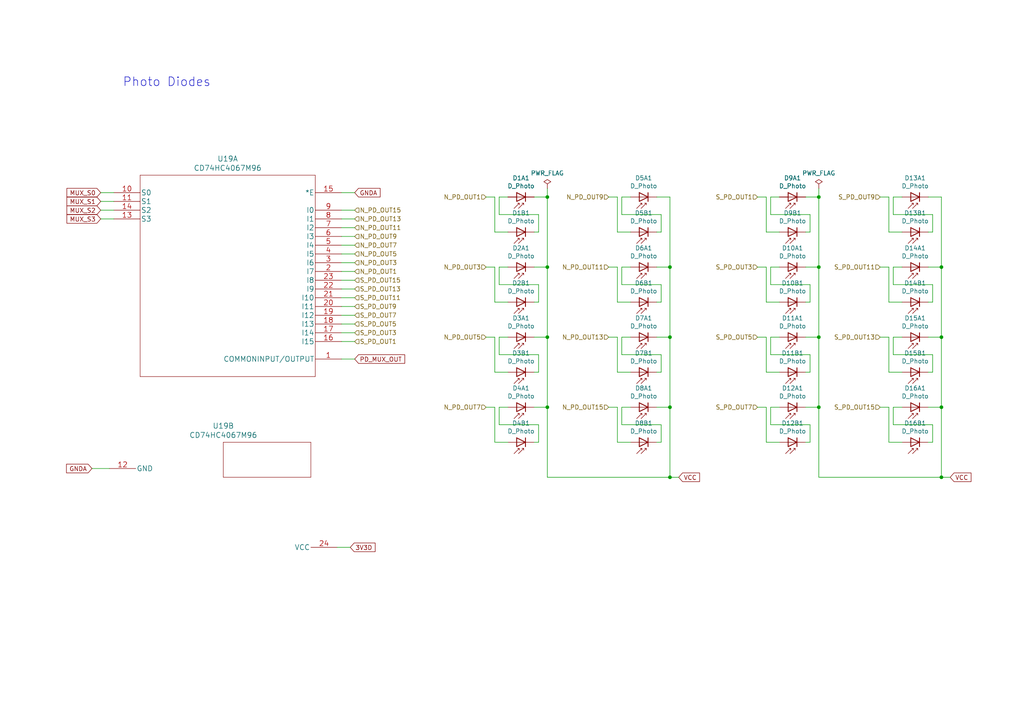
<source format=kicad_sch>
(kicad_sch (version 20211123) (generator eeschema)
  (paper "A4")
  (lib_symbols
    (symbol "Device:D_Photo" (pin_numbers hide) (pin_names hide)
      (property "Reference" "D" (at 0.508 1.778 0))
      (property "Value" "D_Photo" (at -1.016 -2.794 0))
      (symbol "D_Photo_0_1"
        (polyline (pts (xy -2.54 1.27) (xy -2.54 -1.27)) (stroke (width 0.254)))
        (polyline (pts (xy -2.032 1.778) (xy -1.524 1.778)))
        (polyline (pts (xy 0 0) (xy -2.54 0)))
        (polyline (pts (xy -0.508 3.302) (xy -2.032 1.778) (xy -2.032 2.286)))
        (polyline (pts (xy 0 -1.27) (xy 0 1.27) (xy -2.54 0) (xy 0 -1.27)) (stroke (width 0.254)))
        (polyline (pts (xy 0.762 3.302) (xy -0.762 1.778) (xy -0.762 2.286) (xy -0.762 1.778) (xy -0.254 1.778)))
      )
      (symbol "D_Photo_1_1"
        (pin passive line (at -5.08 0 0) (length 2.54) (name "K") (number "1"))
        (pin passive line (at 2.54 0 180) (length 2.54) (name "A") (number "2"))
      )
    )
    (symbol "Ninja-qPCR:CD74HC4067M96" (pin_names (offset 0.254))
      (property "Reference" "U" (at 33.02 10.16 0))
      (property "Value" "Ninja-qPCR_CD74HC4067M96" (at 33.02 7.62 0))
      (symbol "CD74HC4067M96_1_1"
        (polyline (pts (xy 7.62 -53.34) (xy 58.42 -53.34)) (stroke (width 0.127)))
        (polyline (pts (xy 7.62 5.08) (xy 7.62 -53.34)) (stroke (width 0.127)))
        (polyline (pts (xy 58.42 -53.34) (xy 58.42 5.08)) (stroke (width 0.127)))
        (polyline (pts (xy 58.42 5.08) (xy 7.62 5.08)) (stroke (width 0.127)))
        (pin bidirectional line (at 0 -48.26 0) (length 7.62) (name "COMMONINPUT/OUTPUT") (number "1"))
        (pin output line (at 66.04 0 180) (length 7.62) (name "S0") (number "10"))
        (pin output line (at 66.04 -2.54 180) (length 7.62) (name "S1") (number "11"))
        (pin output line (at 66.04 -7.62 180) (length 7.62) (name "S3") (number "13"))
        (pin output line (at 66.04 -5.08 180) (length 7.62) (name "S2") (number "14"))
        (pin input line (at 0 0 0) (length 7.62) (name "*E") (number "15"))
        (pin input line (at 0 -43.18 0) (length 7.62) (name "I15") (number "16"))
        (pin input line (at 0 -40.64 0) (length 7.62) (name "I14") (number "17"))
        (pin input line (at 0 -38.1 0) (length 7.62) (name "I13") (number "18"))
        (pin input line (at 0 -35.56 0) (length 7.62) (name "I12") (number "19"))
        (pin input line (at 0 -22.86 0) (length 7.62) (name "I7") (number "2"))
        (pin input line (at 0 -33.02 0) (length 7.62) (name "I11") (number "20"))
        (pin input line (at 0 -30.48 0) (length 7.62) (name "I10") (number "21"))
        (pin input line (at 0 -27.94 0) (length 7.62) (name "I9") (number "22"))
        (pin input line (at 0 -25.4 0) (length 7.62) (name "I8") (number "23"))
        (pin input line (at 0 -20.32 0) (length 7.62) (name "I6") (number "3"))
        (pin input line (at 0 -17.78 0) (length 7.62) (name "I5") (number "4"))
        (pin input line (at 0 -15.24 0) (length 7.62) (name "I4") (number "5"))
        (pin input line (at 0 -12.7 0) (length 7.62) (name "I3") (number "6"))
        (pin input line (at 0 -10.16 0) (length 7.62) (name "I2") (number "7"))
        (pin input line (at 0 -7.62 0) (length 7.62) (name "I1") (number "8"))
        (pin input line (at 0 -5.08 0) (length 7.62) (name "I0") (number "9"))
      )
      (symbol "CD74HC4067M96_2_1"
        (polyline (pts (xy 7.62 -5.08) (xy 33.02 -5.08)) (stroke (width 0.127)))
        (polyline (pts (xy 7.62 5.08) (xy 7.62 -5.08)) (stroke (width 0.127)))
        (polyline (pts (xy 33.02 -5.08) (xy 33.02 5.08)) (stroke (width 0.127)))
        (polyline (pts (xy 33.02 5.08) (xy 7.62 5.08)) (stroke (width 0.127)))
        (pin power_in line (at 66.04 -2.54 180) (length 7.62) (name "GND") (number "12"))
        (pin power_in line (at 0 -25.4 0) (length 7.62) (name "VCC") (number "24"))
      )
    )
    (symbol "power:PWR_FLAG" (power) (pin_numbers hide) (pin_names (offset 0) hide)
      (property "Value" "PWR_FLAG" (at 0 3.81 0))
      (symbol "PWR_FLAG_0_0"
        (pin power_out line (at 0 0 90) (length 0) (name "pwr") (number "1"))
      )
      (symbol "PWR_FLAG_0_1"
        (polyline (pts (xy 0 0) (xy 0 1.27) (xy -1.016 1.905) (xy 0 2.54) (xy 1.016 1.905) (xy 0 1.27)))
      )
    )
  )
  (junction (at 237.49 57.15))
  (junction (at 237.49 118.11))
  (junction (at 158.75 77.47))
  (junction (at 237.49 97.79))
  (junction (at 194.31 138.43))
  (junction (at 273.05 138.43))
  (junction (at 237.49 77.47))
  (junction (at 194.31 118.11))
  (junction (at 194.31 77.47))
  (junction (at 273.05 97.79))
  (junction (at 273.05 118.11))
  (junction (at 158.75 97.79))
  (junction (at 158.75 57.15))
  (junction (at 194.31 97.79))
  (junction (at 158.75 118.11))
  (junction (at 273.05 77.47))
  (wire (pts (xy 33.02 55.88) (xy 29.21 55.88)))
  (wire (pts (xy 143.51 97.79) (xy 143.51 107.95)))
  (wire (pts (xy 273.05 57.15) (xy 273.05 77.47)))
  (wire (pts (xy 257.81 87.63) (xy 261.62 87.63)))
  (wire (pts (xy 179.07 67.31) (xy 179.07 57.15)))
  (wire (pts (xy 257.81 107.95) (xy 261.62 107.95)))
  (wire (pts (xy 176.53 97.79) (xy 179.07 97.79)))
  (wire (pts (xy 26.67 135.89) (xy 31.75 135.89)))
  (wire (pts (xy 179.07 118.11) (xy 179.07 128.27)))
  (wire (pts (xy 234.95 62.23) (xy 234.95 67.31)))
  (wire (pts (xy 180.34 97.79) (xy 180.34 102.87)))
  (wire (pts (xy 234.95 107.95) (xy 233.68 107.95)))
  (wire (pts (xy 257.81 128.27) (xy 261.62 128.27)))
  (wire (pts (xy 144.78 97.79) (xy 144.78 102.87)))
  (wire (pts (xy 182.88 118.11) (xy 180.34 118.11)))
  (wire (pts (xy 255.27 77.47) (xy 257.81 77.47)))
  (wire (pts (xy 234.95 128.27) (xy 233.68 128.27)))
  (wire (pts (xy 154.94 97.79) (xy 158.75 97.79)))
  (wire (pts (xy 237.49 54.61) (xy 237.49 57.15)))
  (wire (pts (xy 143.51 57.15) (xy 143.51 67.31)))
  (wire (pts (xy 191.77 102.87) (xy 191.77 107.95)))
  (wire (pts (xy 261.62 57.15) (xy 259.08 57.15)))
  (wire (pts (xy 156.21 102.87) (xy 156.21 107.95)))
  (wire (pts (xy 223.52 123.19) (xy 234.95 123.19)))
  (wire (pts (xy 194.31 97.79) (xy 194.31 118.11)))
  (wire (pts (xy 144.78 77.47) (xy 144.78 82.55)))
  (wire (pts (xy 182.88 77.47) (xy 180.34 77.47)))
  (wire (pts (xy 102.87 104.14) (xy 99.06 104.14)))
  (wire (pts (xy 259.08 97.79) (xy 259.08 102.87)))
  (wire (pts (xy 143.51 77.47) (xy 143.51 87.63)))
  (wire (pts (xy 102.87 91.44) (xy 99.06 91.44)))
  (wire (pts (xy 259.08 102.87) (xy 270.51 102.87)))
  (wire (pts (xy 257.81 107.95) (xy 257.81 97.79)))
  (wire (pts (xy 222.25 118.11) (xy 222.25 128.27)))
  (wire (pts (xy 226.06 118.11) (xy 223.52 118.11)))
  (wire (pts (xy 270.51 67.31) (xy 269.24 67.31)))
  (wire (pts (xy 102.87 66.04) (xy 99.06 66.04)))
  (wire (pts (xy 234.95 82.55) (xy 234.95 87.63)))
  (wire (pts (xy 144.78 57.15) (xy 144.78 62.23)))
  (wire (pts (xy 194.31 118.11) (xy 194.31 138.43)))
  (wire (pts (xy 180.34 57.15) (xy 180.34 62.23)))
  (wire (pts (xy 143.51 67.31) (xy 147.32 67.31)))
  (wire (pts (xy 102.87 55.88) (xy 99.06 55.88)))
  (wire (pts (xy 194.31 138.43) (xy 158.75 138.43)))
  (wire (pts (xy 33.02 63.5) (xy 29.21 63.5)))
  (wire (pts (xy 176.53 57.15) (xy 179.07 57.15)))
  (wire (pts (xy 180.34 77.47) (xy 180.34 82.55)))
  (wire (pts (xy 233.68 77.47) (xy 237.49 77.47)))
  (wire (pts (xy 269.24 77.47) (xy 273.05 77.47)))
  (wire (pts (xy 190.5 118.11) (xy 194.31 118.11)))
  (wire (pts (xy 144.78 62.23) (xy 156.21 62.23)))
  (wire (pts (xy 191.77 82.55) (xy 191.77 87.63)))
  (wire (pts (xy 156.21 123.19) (xy 156.21 128.27)))
  (wire (pts (xy 237.49 97.79) (xy 237.49 118.11)))
  (wire (pts (xy 102.87 78.74) (xy 99.06 78.74)))
  (wire (pts (xy 180.34 62.23) (xy 191.77 62.23)))
  (wire (pts (xy 191.77 67.31) (xy 190.5 67.31)))
  (wire (pts (xy 270.51 102.87) (xy 270.51 107.95)))
  (wire (pts (xy 261.62 97.79) (xy 259.08 97.79)))
  (wire (pts (xy 191.77 87.63) (xy 190.5 87.63)))
  (wire (pts (xy 255.27 57.15) (xy 257.81 57.15)))
  (wire (pts (xy 261.62 77.47) (xy 259.08 77.47)))
  (wire (pts (xy 259.08 82.55) (xy 270.51 82.55)))
  (wire (pts (xy 237.49 118.11) (xy 237.49 138.43)))
  (wire (pts (xy 158.75 97.79) (xy 158.75 118.11)))
  (wire (pts (xy 140.97 97.79) (xy 143.51 97.79)))
  (wire (pts (xy 270.51 62.23) (xy 270.51 67.31)))
  (wire (pts (xy 259.08 77.47) (xy 259.08 82.55)))
  (wire (pts (xy 222.25 97.79) (xy 222.25 107.95)))
  (wire (pts (xy 194.31 77.47) (xy 194.31 97.79)))
  (wire (pts (xy 223.52 57.15) (xy 223.52 62.23)))
  (wire (pts (xy 270.51 123.19) (xy 270.51 128.27)))
  (wire (pts (xy 102.87 93.98) (xy 99.06 93.98)))
  (wire (pts (xy 144.78 118.11) (xy 144.78 123.19)))
  (wire (pts (xy 222.25 67.31) (xy 226.06 67.31)))
  (wire (pts (xy 196.85 138.43) (xy 194.31 138.43)))
  (wire (pts (xy 154.94 67.31) (xy 156.21 67.31)))
  (wire (pts (xy 156.21 107.95) (xy 154.94 107.95)))
  (wire (pts (xy 158.75 54.61) (xy 158.75 57.15)))
  (wire (pts (xy 269.24 97.79) (xy 273.05 97.79)))
  (wire (pts (xy 273.05 118.11) (xy 273.05 138.43)))
  (wire (pts (xy 147.32 118.11) (xy 144.78 118.11)))
  (wire (pts (xy 273.05 97.79) (xy 273.05 118.11)))
  (wire (pts (xy 144.78 82.55) (xy 156.21 82.55)))
  (wire (pts (xy 147.32 57.15) (xy 144.78 57.15)))
  (wire (pts (xy 194.31 57.15) (xy 194.31 77.47)))
  (wire (pts (xy 140.97 118.11) (xy 143.51 118.11)))
  (wire (pts (xy 222.25 107.95) (xy 226.06 107.95)))
  (wire (pts (xy 179.07 107.95) (xy 182.88 107.95)))
  (wire (pts (xy 102.87 99.06) (xy 99.06 99.06)))
  (wire (pts (xy 223.52 77.47) (xy 223.52 82.55)))
  (wire (pts (xy 140.97 77.47) (xy 143.51 77.47)))
  (wire (pts (xy 33.02 60.96) (xy 29.21 60.96)))
  (wire (pts (xy 233.68 118.11) (xy 237.49 118.11)))
  (wire (pts (xy 102.87 73.66) (xy 99.06 73.66)))
  (wire (pts (xy 223.52 102.87) (xy 234.95 102.87)))
  (wire (pts (xy 102.87 81.28) (xy 99.06 81.28)))
  (wire (pts (xy 158.75 118.11) (xy 158.75 138.43)))
  (wire (pts (xy 270.51 82.55) (xy 270.51 87.63)))
  (wire (pts (xy 102.87 60.96) (xy 99.06 60.96)))
  (wire (pts (xy 234.95 102.87) (xy 234.95 107.95)))
  (wire (pts (xy 259.08 123.19) (xy 270.51 123.19)))
  (wire (pts (xy 156.21 62.23) (xy 156.21 67.31)))
  (wire (pts (xy 179.07 67.31) (xy 182.88 67.31)))
  (wire (pts (xy 234.95 87.63) (xy 233.68 87.63)))
  (wire (pts (xy 140.97 57.15) (xy 143.51 57.15)))
  (wire (pts (xy 237.49 57.15) (xy 237.49 77.47)))
  (wire (pts (xy 144.78 123.19) (xy 156.21 123.19)))
  (wire (pts (xy 269.24 118.11) (xy 273.05 118.11)))
  (wire (pts (xy 102.87 83.82) (xy 99.06 83.82)))
  (wire (pts (xy 102.87 86.36) (xy 99.06 86.36)))
  (wire (pts (xy 182.88 57.15) (xy 180.34 57.15)))
  (wire (pts (xy 191.77 107.95) (xy 190.5 107.95)))
  (wire (pts (xy 190.5 97.79) (xy 194.31 97.79)))
  (wire (pts (xy 222.25 57.15) (xy 222.25 67.31)))
  (wire (pts (xy 273.05 77.47) (xy 273.05 97.79)))
  (wire (pts (xy 233.68 97.79) (xy 237.49 97.79)))
  (wire (pts (xy 257.81 128.27) (xy 257.81 118.11)))
  (wire (pts (xy 226.06 77.47) (xy 223.52 77.47)))
  (wire (pts (xy 223.52 82.55) (xy 234.95 82.55)))
  (wire (pts (xy 102.87 88.9) (xy 99.06 88.9)))
  (wire (pts (xy 257.81 67.31) (xy 261.62 67.31)))
  (wire (pts (xy 143.51 87.63) (xy 147.32 87.63)))
  (wire (pts (xy 147.32 77.47) (xy 144.78 77.47)))
  (wire (pts (xy 226.06 57.15) (xy 223.52 57.15)))
  (wire (pts (xy 179.07 87.63) (xy 179.07 77.47)))
  (wire (pts (xy 255.27 97.79) (xy 257.81 97.79)))
  (wire (pts (xy 270.51 128.27) (xy 269.24 128.27)))
  (wire (pts (xy 158.75 77.47) (xy 158.75 97.79)))
  (wire (pts (xy 143.51 128.27) (xy 147.32 128.27)))
  (wire (pts (xy 222.25 77.47) (xy 222.25 87.63)))
  (wire (pts (xy 33.02 58.42) (xy 29.21 58.42)))
  (wire (pts (xy 259.08 57.15) (xy 259.08 62.23)))
  (wire (pts (xy 143.51 118.11) (xy 143.51 128.27)))
  (wire (pts (xy 259.08 62.23) (xy 270.51 62.23)))
  (wire (pts (xy 102.87 71.12) (xy 99.06 71.12)))
  (wire (pts (xy 156.21 87.63) (xy 154.94 87.63)))
  (wire (pts (xy 191.77 62.23) (xy 191.77 67.31)))
  (wire (pts (xy 273.05 138.43) (xy 237.49 138.43)))
  (wire (pts (xy 147.32 97.79) (xy 144.78 97.79)))
  (wire (pts (xy 176.53 77.47) (xy 179.07 77.47)))
  (wire (pts (xy 179.07 87.63) (xy 182.88 87.63)))
  (wire (pts (xy 223.52 118.11) (xy 223.52 123.19)))
  (wire (pts (xy 154.94 118.11) (xy 158.75 118.11)))
  (wire (pts (xy 237.49 77.47) (xy 237.49 97.79)))
  (wire (pts (xy 257.81 87.63) (xy 257.81 77.47)))
  (wire (pts (xy 191.77 123.19) (xy 191.77 128.27)))
  (wire (pts (xy 226.06 97.79) (xy 223.52 97.79)))
  (wire (pts (xy 190.5 57.15) (xy 194.31 57.15)))
  (wire (pts (xy 180.34 118.11) (xy 180.34 123.19)))
  (wire (pts (xy 158.75 57.15) (xy 158.75 77.47)))
  (wire (pts (xy 261.62 118.11) (xy 259.08 118.11)))
  (wire (pts (xy 154.94 57.15) (xy 158.75 57.15)))
  (wire (pts (xy 270.51 107.95) (xy 269.24 107.95)))
  (wire (pts (xy 275.59 138.43) (xy 273.05 138.43)))
  (wire (pts (xy 156.21 128.27) (xy 154.94 128.27)))
  (wire (pts (xy 102.87 63.5) (xy 99.06 63.5)))
  (wire (pts (xy 179.07 128.27) (xy 182.88 128.27)))
  (wire (pts (xy 102.87 76.2) (xy 99.06 76.2)))
  (wire (pts (xy 222.25 128.27) (xy 226.06 128.27)))
  (wire (pts (xy 259.08 118.11) (xy 259.08 123.19)))
  (wire (pts (xy 154.94 77.47) (xy 158.75 77.47)))
  (wire (pts (xy 102.87 68.58) (xy 99.06 68.58)))
  (wire (pts (xy 102.87 96.52) (xy 99.06 96.52)))
  (wire (pts (xy 223.52 97.79) (xy 223.52 102.87)))
  (wire (pts (xy 190.5 77.47) (xy 194.31 77.47)))
  (wire (pts (xy 143.51 107.95) (xy 147.32 107.95)))
  (wire (pts (xy 219.71 118.11) (xy 222.25 118.11)))
  (wire (pts (xy 219.71 97.79) (xy 222.25 97.79)))
  (wire (pts (xy 234.95 123.19) (xy 234.95 128.27)))
  (wire (pts (xy 191.77 128.27) (xy 190.5 128.27)))
  (wire (pts (xy 233.68 57.15) (xy 237.49 57.15)))
  (wire (pts (xy 270.51 87.63) (xy 269.24 87.63)))
  (wire (pts (xy 182.88 97.79) (xy 180.34 97.79)))
  (wire (pts (xy 179.07 107.95) (xy 179.07 97.79)))
  (wire (pts (xy 219.71 77.47) (xy 222.25 77.47)))
  (wire (pts (xy 180.34 102.87) (xy 191.77 102.87)))
  (wire (pts (xy 222.25 87.63) (xy 226.06 87.63)))
  (wire (pts (xy 144.78 102.87) (xy 156.21 102.87)))
  (wire (pts (xy 234.95 67.31) (xy 233.68 67.31)))
  (wire (pts (xy 257.81 67.31) (xy 257.81 57.15)))
  (wire (pts (xy 219.71 57.15) (xy 222.25 57.15)))
  (wire (pts (xy 156.21 82.55) (xy 156.21 87.63)))
  (wire (pts (xy 255.27 118.11) (xy 257.81 118.11)))
  (wire (pts (xy 269.24 57.15) (xy 273.05 57.15)))
  (wire (pts (xy 223.52 62.23) (xy 234.95 62.23)))
  (wire (pts (xy 101.6 158.75) (xy 97.79 158.75)))
  (wire (pts (xy 180.34 123.19) (xy 191.77 123.19)))
  (wire (pts (xy 176.53 118.11) (xy 179.07 118.11)))
  (wire (pts (xy 180.34 82.55) (xy 191.77 82.55)))
  (text "Photo Diodes" (at 35.56 25.4 0) (effects (font (size 2.54 2.54)) (justify left bottom)))
  (global_label "VCC" (shape input) (at 196.85 138.43 0) (property "Intersheet References" "${INTERSHEET_REFS}" (effects hide)))
  (global_label "MUX_S0" (shape input) (at 29.21 55.88 180) (property "Intersheet References" "${INTERSHEET_REFS}" (effects hide)))
  (global_label "MUX_S3" (shape input) (at 29.21 63.5 180) (property "Intersheet References" "${INTERSHEET_REFS}" (effects hide)))
  (global_label "3V3D" (shape input) (at 101.6 158.75 0) (property "Intersheet References" "${INTERSHEET_REFS}" (effects hide)))
  (global_label "MUX_S2" (shape input) (at 29.21 60.96 180) (property "Intersheet References" "${INTERSHEET_REFS}" (effects hide)))
  (global_label "VCC" (shape input) (at 275.59 138.43 0) (property "Intersheet References" "${INTERSHEET_REFS}" (effects hide)))
  (global_label "PD_MUX_OUT" (shape input) (at 102.87 104.14 0) (property "Intersheet References" "${INTERSHEET_REFS}" (effects hide)))
  (global_label "MUX_S1" (shape input) (at 29.21 58.42 180) (property "Intersheet References" "${INTERSHEET_REFS}" (effects hide)))
  (global_label "GNDA" (shape input) (at 102.87 55.88 0) (property "Intersheet References" "${INTERSHEET_REFS}" (effects hide)))
  (global_label "GNDA" (shape input) (at 26.67 135.89 180) (property "Intersheet References" "${INTERSHEET_REFS}" (effects hide)))
  (hierarchical_label "S_PD_OUT5" (shape input) (at 102.87 93.98 0))
  (hierarchical_label "S_PD_OUT3" (shape input) (at 102.87 96.52 0))
  (hierarchical_label "N_PD_OUT1" (shape input) (at 102.87 78.74 0))
  (hierarchical_label "N_PD_OUT3" (shape input) (at 102.87 76.2 0))
  (hierarchical_label "S_PD_OUT9" (shape input) (at 255.27 57.15 180))
  (hierarchical_label "N_PD_OUT5" (shape input) (at 102.87 73.66 0))
  (hierarchical_label "N_PD_OUT15" (shape input) (at 102.87 60.96 0))
  (hierarchical_label "S_PD_OUT9" (shape input) (at 102.87 88.9 0))
  (hierarchical_label "S_PD_OUT11" (shape input) (at 102.87 86.36 0))
  (hierarchical_label "S_PD_OUT13" (shape input) (at 102.87 83.82 0))
  (hierarchical_label "N_PD_OUT3" (shape input) (at 140.97 77.47 180))
  (hierarchical_label "S_PD_OUT11" (shape input) (at 255.27 77.47 180))
  (hierarchical_label "N_PD_OUT13" (shape input) (at 102.87 63.5 0))
  (hierarchical_label "S_PD_OUT7" (shape input) (at 102.87 91.44 0))
  (hierarchical_label "S_PD_OUT1" (shape input) (at 102.87 99.06 0))
  (hierarchical_label "S_PD_OUT15" (shape input) (at 102.87 81.28 0))
  (hierarchical_label "S_PD_OUT13" (shape input) (at 255.27 97.79 180))
  (hierarchical_label "S_PD_OUT15" (shape input) (at 255.27 118.11 180))
  (hierarchical_label "N_PD_OUT9" (shape input) (at 102.87 68.58 0))
  (hierarchical_label "N_PD_OUT7" (shape input) (at 140.97 118.11 180))
  (hierarchical_label "S_PD_OUT3" (shape input) (at 219.71 77.47 180))
  (hierarchical_label "S_PD_OUT7" (shape input) (at 219.71 118.11 180))
  (hierarchical_label "N_PD_OUT9" (shape input) (at 176.53 57.15 180))
  (hierarchical_label "N_PD_OUT13" (shape input) (at 176.53 97.79 180))
  (hierarchical_label "N_PD_OUT5" (shape input) (at 140.97 97.79 180))
  (hierarchical_label "N_PD_OUT11" (shape input) (at 176.53 77.47 180))
  (hierarchical_label "N_PD_OUT7" (shape input) (at 102.87 71.12 0))
  (hierarchical_label "S_PD_OUT1" (shape input) (at 219.71 57.15 180))
  (hierarchical_label "N_PD_OUT1" (shape input) (at 140.97 57.15 180))
  (hierarchical_label "S_PD_OUT5" (shape input) (at 219.71 97.79 180))
  (hierarchical_label "N_PD_OUT11" (shape input) (at 102.87 66.04 0))
  (hierarchical_label "N_PD_OUT15" (shape input) (at 176.53 118.11 180))
  (symbol (lib_id "Ninja-qPCR:CD74HC4067M96") (at 97.79 133.35 0) (mirror y) (unit 2)
    (property "Reference" "U19" (at 64.77 123.5202 0) (effects (font (size 1.524 1.524))))
    (property "Value" "CD74HC4067M96" (at 64.77 126.2126 0) (effects (font (size 1.524 1.524))))
    (property "Footprint" "Package_SO:SSOP-24_5.3x8.2mm_P0.65mm" (effects hide))
  )
  (symbol (lib_id "Ninja-qPCR:CD74HC4067M96") (at 99.06 55.88 0) (mirror y) (unit 1)
    (property "Reference" "U19" (at 66.04 46.0502 0) (effects (font (size 1.524 1.524))))
    (property "Value" "CD74HC4067M96" (at 66.04 48.7426 0) (effects (font (size 1.524 1.524))))
    (property "Footprint" "Package_SO:SSOP-24_5.3x8.2mm_P0.65mm" (effects hide))
  )
  (symbol (lib_id "Device:D_Photo") (at 264.16 67.31 180) (unit 1)
    (property "Reference" "D13B1" (at 265.43 61.7982 0))
    (property "Value" "D_Photo" (at 265.43 64.1096 0))
    (property "Footprint" "Diodes_SMD:D_1206" (effects hide))
  )
  (symbol (lib_id "Device:D_Photo") (at 185.42 57.15 180) (unit 1)
    (property "Reference" "D5A1" (at 186.69 51.6382 0))
    (property "Value" "D_Photo" (at 186.69 53.9496 0))
    (property "Footprint" "Diodes_SMD:D_1206" (effects hide))
  )
  (symbol (lib_id "Device:D_Photo") (at 149.86 128.27 180) (unit 1)
    (property "Reference" "D4B1" (at 151.13 122.7582 0))
    (property "Value" "D_Photo" (at 151.13 125.0696 0))
    (property "Footprint" "Diodes_SMD:D_1206" (effects hide))
  )
  (symbol (lib_id "Device:D_Photo") (at 149.86 107.95 180) (unit 1)
    (property "Reference" "D3B1" (at 151.13 102.4382 0))
    (property "Value" "D_Photo" (at 151.13 104.7496 0))
    (property "Footprint" "Diodes_SMD:D_1206" (effects hide))
  )
  (symbol (lib_id "Device:D_Photo") (at 228.6 57.15 180) (unit 1)
    (property "Reference" "D9A1" (at 229.87 51.6382 0))
    (property "Value" "D_Photo" (at 229.87 53.9496 0))
    (property "Footprint" "Diodes_SMD:D_1206" (effects hide))
  )
  (symbol (lib_id "Device:D_Photo") (at 228.6 128.27 180) (unit 1)
    (property "Reference" "D12B1" (at 229.87 122.7582 0))
    (property "Value" "D_Photo" (at 229.87 125.0696 0))
    (property "Footprint" "Diodes_SMD:D_1206" (effects hide))
  )
  (symbol (lib_id "Device:D_Photo") (at 264.16 128.27 180) (unit 1)
    (property "Reference" "D16B1" (at 265.43 122.7582 0))
    (property "Value" "D_Photo" (at 265.43 125.0696 0))
    (property "Footprint" "Diodes_SMD:D_1206" (effects hide))
  )
  (symbol (lib_id "Device:D_Photo") (at 149.86 97.79 180) (unit 1)
    (property "Reference" "D3A1" (at 151.13 92.2782 0))
    (property "Value" "D_Photo" (at 151.13 94.5896 0))
    (property "Footprint" "Diodes_SMD:D_1206" (effects hide))
  )
  (symbol (lib_id "Device:D_Photo") (at 264.16 97.79 180) (unit 1)
    (property "Reference" "D15A1" (at 265.43 92.2782 0))
    (property "Value" "D_Photo" (at 265.43 94.5896 0))
    (property "Footprint" "Diodes_SMD:D_1206" (effects hide))
  )
  (symbol (lib_id "Device:D_Photo") (at 149.86 57.15 180) (unit 1)
    (property "Reference" "D1A1" (at 151.13 51.6382 0))
    (property "Value" "D_Photo" (at 151.13 53.9496 0))
    (property "Footprint" "Diodes_SMD:D_1206" (effects hide))
  )
  (symbol (lib_id "Device:D_Photo") (at 228.6 118.11 180) (unit 1)
    (property "Reference" "D12A1" (at 229.87 112.5982 0))
    (property "Value" "D_Photo" (at 229.87 114.9096 0))
    (property "Footprint" "Diodes_SMD:D_1206" (effects hide))
  )
  (symbol (lib_id "Device:D_Photo") (at 264.16 57.15 180) (unit 1)
    (property "Reference" "D13A1" (at 265.43 51.6382 0))
    (property "Value" "D_Photo" (at 265.43 53.9496 0))
    (property "Footprint" "Diodes_SMD:D_1206" (effects hide))
  )
  (symbol (lib_id "power:PWR_FLAG") (at 158.75 54.61 0) (mirror y) (unit 1)
    (property "Reference" "#FLG0102" (effects hide))
    (property "Value" "PWR_FLAG" (at 158.75 50.2158 0))
  )
  (symbol (lib_id "Device:D_Photo") (at 228.6 97.79 180) (unit 1)
    (property "Reference" "D11A1" (at 229.87 92.2782 0))
    (property "Value" "D_Photo" (at 229.87 94.5896 0))
    (property "Footprint" "Diodes_SMD:D_1206" (effects hide))
  )
  (symbol (lib_id "Device:D_Photo") (at 149.86 87.63 180) (unit 1)
    (property "Reference" "D2B1" (at 151.13 82.1182 0))
    (property "Value" "D_Photo" (at 151.13 84.4296 0))
    (property "Footprint" "Diodes_SMD:D_1206" (effects hide))
  )
  (symbol (lib_id "Device:D_Photo") (at 185.42 87.63 180) (unit 1)
    (property "Reference" "D6B1" (at 186.69 82.1182 0))
    (property "Value" "D_Photo" (at 186.69 84.4296 0))
    (property "Footprint" "Diodes_SMD:D_1206" (effects hide))
  )
  (symbol (lib_id "Device:D_Photo") (at 185.42 67.31 180) (unit 1)
    (property "Reference" "D5B1" (at 186.69 61.7982 0))
    (property "Value" "D_Photo" (at 186.69 64.1096 0))
    (property "Footprint" "Diodes_SMD:D_1206" (effects hide))
  )
  (symbol (lib_id "Device:D_Photo") (at 228.6 77.47 180) (unit 1)
    (property "Reference" "D10A1" (at 229.87 71.9582 0))
    (property "Value" "D_Photo" (at 229.87 74.2696 0))
    (property "Footprint" "Diodes_SMD:D_1206" (effects hide))
  )
  (symbol (lib_id "Device:D_Photo") (at 149.86 118.11 180) (unit 1)
    (property "Reference" "D4A1" (at 151.13 112.5982 0))
    (property "Value" "D_Photo" (at 151.13 114.9096 0))
    (property "Footprint" "Diodes_SMD:D_1206" (effects hide))
  )
  (symbol (lib_id "Device:D_Photo") (at 149.86 67.31 180) (unit 1)
    (property "Reference" "D1B1" (at 151.13 61.7982 0))
    (property "Value" "D_Photo" (at 151.13 64.1096 0))
    (property "Footprint" "Diodes_SMD:D_1206" (effects hide))
  )
  (symbol (lib_id "Device:D_Photo") (at 264.16 87.63 180) (unit 1)
    (property "Reference" "D14B1" (at 265.43 82.1182 0))
    (property "Value" "D_Photo" (at 265.43 84.4296 0))
    (property "Footprint" "Diodes_SMD:D_1206" (effects hide))
  )
  (symbol (lib_id "power:PWR_FLAG") (at 237.49 54.61 0) (mirror y) (unit 1)
    (property "Reference" "#FLG0101" (effects hide))
    (property "Value" "PWR_FLAG" (at 237.49 50.2158 0))
  )
  (symbol (lib_id "Device:D_Photo") (at 264.16 77.47 180) (unit 1)
    (property "Reference" "D14A1" (at 265.43 71.9582 0))
    (property "Value" "D_Photo" (at 265.43 74.2696 0))
    (property "Footprint" "Diodes_SMD:D_1206" (effects hide))
  )
  (symbol (lib_id "Device:D_Photo") (at 185.42 128.27 180) (unit 1)
    (property "Reference" "D8B1" (at 186.69 122.7582 0))
    (property "Value" "D_Photo" (at 186.69 125.0696 0))
    (property "Footprint" "Diodes_SMD:D_1206" (effects hide))
  )
  (symbol (lib_id "Device:D_Photo") (at 185.42 107.95 180) (unit 1)
    (property "Reference" "D7B1" (at 186.69 102.4382 0))
    (property "Value" "D_Photo" (at 186.69 104.7496 0))
    (property "Footprint" "Diodes_SMD:D_1206" (effects hide))
  )
  (symbol (lib_id "Device:D_Photo") (at 228.6 87.63 180) (unit 1)
    (property "Reference" "D10B1" (at 229.87 82.1182 0))
    (property "Value" "D_Photo" (at 229.87 84.4296 0))
    (property "Footprint" "Diodes_SMD:D_1206" (effects hide))
  )
  (symbol (lib_id "Device:D_Photo") (at 264.16 107.95 180) (unit 1)
    (property "Reference" "D15B1" (at 265.43 102.4382 0))
    (property "Value" "D_Photo" (at 265.43 104.7496 0))
    (property "Footprint" "Diodes_SMD:D_1206" (effects hide))
  )
  (symbol (lib_id "Device:D_Photo") (at 228.6 107.95 180) (unit 1)
    (property "Reference" "D11B1" (at 229.87 102.4382 0))
    (property "Value" "D_Photo" (at 229.87 104.7496 0))
    (property "Footprint" "Diodes_SMD:D_1206" (effects hide))
  )
  (symbol (lib_id "Device:D_Photo") (at 149.86 77.47 180) (unit 1)
    (property "Reference" "D2A1" (at 151.13 71.9582 0))
    (property "Value" "D_Photo" (at 151.13 74.2696 0))
    (property "Footprint" "Diodes_SMD:D_1206" (effects hide))
  )
  (symbol (lib_id "Device:D_Photo") (at 185.42 77.47 180) (unit 1)
    (property "Reference" "D6A1" (at 186.69 71.9582 0))
    (property "Value" "D_Photo" (at 186.69 74.2696 0))
    (property "Footprint" "Diodes_SMD:D_1206" (effects hide))
  )
  (symbol (lib_id "Device:D_Photo") (at 185.42 97.79 180) (unit 1)
    (property "Reference" "D7A1" (at 186.69 92.2782 0))
    (property "Value" "D_Photo" (at 186.69 94.5896 0))
    (property "Footprint" "Diodes_SMD:D_1206" (effects hide))
  )
  (symbol (lib_id "Device:D_Photo") (at 264.16 118.11 180) (unit 1)
    (property "Reference" "D16A1" (at 265.43 112.5982 0))
    (property "Value" "D_Photo" (at 265.43 114.9096 0))
    (property "Footprint" "Diodes_SMD:D_1206" (effects hide))
  )
  (symbol (lib_id "Device:D_Photo") (at 228.6 67.31 180) (unit 1)
    (property "Reference" "D9B1" (at 229.87 61.7982 0))
    (property "Value" "D_Photo" (at 229.87 64.1096 0))
    (property "Footprint" "Diodes_SMD:D_1206" (effects hide))
  )
  (symbol (lib_id "Device:D_Photo") (at 185.42 118.11 180) (unit 1)
    (property "Reference" "D8A1" (at 186.69 112.5982 0))
    (property "Value" "D_Photo" (at 186.69 114.9096 0))
    (property "Footprint" "Diodes_SMD:D_1206" (effects hide))
  )
)
</source>
